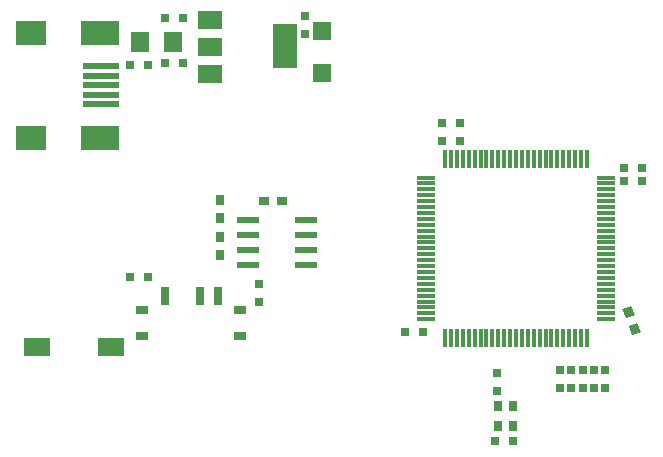
<source format=gtp>
G75*
G70*
%OFA0B0*%
%FSLAX24Y24*%
%IPPOS*%
%LPD*%
%AMOC8*
5,1,8,0,0,1.08239X$1,22.5*
%
%ADD10R,0.0118X0.0630*%
%ADD11R,0.0630X0.0118*%
%ADD12R,0.0315X0.0315*%
%ADD13R,0.0315X0.0315*%
%ADD14R,0.0906X0.0630*%
%ADD15R,0.0984X0.0787*%
%ADD16R,0.1299X0.0787*%
%ADD17R,0.1220X0.0197*%
%ADD18R,0.0790X0.0590*%
%ADD19R,0.0790X0.1500*%
%ADD20R,0.0780X0.0210*%
%ADD21R,0.0315X0.0354*%
%ADD22R,0.0591X0.0591*%
%ADD23R,0.0630X0.0709*%
%ADD24R,0.0394X0.0315*%
%ADD25R,0.0276X0.0591*%
%ADD26R,0.0354X0.0315*%
D10*
X015088Y006039D03*
X015285Y006039D03*
X015481Y006039D03*
X015678Y006039D03*
X015875Y006039D03*
X016072Y006039D03*
X016269Y006039D03*
X016466Y006039D03*
X016663Y006039D03*
X016859Y006039D03*
X017056Y006039D03*
X017253Y006039D03*
X017450Y006039D03*
X017647Y006039D03*
X017844Y006039D03*
X018041Y006039D03*
X018237Y006039D03*
X018434Y006039D03*
X018631Y006039D03*
X018828Y006039D03*
X019025Y006039D03*
X019222Y006039D03*
X019419Y006039D03*
X019615Y006039D03*
X019812Y006039D03*
X019812Y012023D03*
X019615Y012023D03*
X019419Y012023D03*
X019222Y012023D03*
X019025Y012023D03*
X018828Y012023D03*
X018631Y012023D03*
X018434Y012023D03*
X018237Y012023D03*
X018041Y012023D03*
X017844Y012023D03*
X017647Y012023D03*
X017450Y012023D03*
X017253Y012023D03*
X017056Y012023D03*
X016859Y012023D03*
X016663Y012023D03*
X016466Y012023D03*
X016269Y012023D03*
X016072Y012023D03*
X015875Y012023D03*
X015678Y012023D03*
X015481Y012023D03*
X015285Y012023D03*
X015088Y012023D03*
D11*
X014458Y011393D03*
X014458Y011196D03*
X014458Y011000D03*
X014458Y010803D03*
X014458Y010606D03*
X014458Y010409D03*
X014458Y010212D03*
X014458Y010015D03*
X014458Y009819D03*
X014458Y009622D03*
X014458Y009425D03*
X014458Y009228D03*
X014458Y009031D03*
X014458Y008834D03*
X014458Y008637D03*
X014458Y008441D03*
X014458Y008244D03*
X014458Y008047D03*
X014458Y007850D03*
X014458Y007653D03*
X014458Y007456D03*
X014458Y007259D03*
X014458Y007063D03*
X014458Y006866D03*
X014458Y006669D03*
X020442Y006669D03*
X020442Y006866D03*
X020442Y007063D03*
X020442Y007259D03*
X020442Y007456D03*
X020442Y007653D03*
X020442Y007850D03*
X020442Y008047D03*
X020442Y008244D03*
X020442Y008441D03*
X020442Y008637D03*
X020442Y008834D03*
X020442Y009031D03*
X020442Y009228D03*
X020442Y009425D03*
X020442Y009622D03*
X020442Y009819D03*
X020442Y010015D03*
X020442Y010212D03*
X020442Y010409D03*
X020442Y010606D03*
X020442Y010803D03*
X020442Y011000D03*
X020442Y011196D03*
X020442Y011393D03*
D12*
X021063Y011294D03*
X021663Y011294D03*
X021667Y011719D03*
X021067Y011719D03*
X015575Y012597D03*
X014975Y012595D03*
X014975Y013195D03*
X015575Y013197D03*
X010406Y016180D03*
X010406Y016780D03*
X006366Y016698D03*
X005766Y016698D03*
X005753Y015223D03*
X006353Y015223D03*
X005195Y015159D03*
X004595Y015159D03*
X004574Y008081D03*
X005174Y008081D03*
X008876Y007833D03*
X008876Y007233D03*
X013757Y006257D03*
X014357Y006257D03*
X016812Y004879D03*
X016812Y004279D03*
X018915Y004377D03*
X019291Y004377D03*
X019672Y004377D03*
X020048Y004377D03*
X020424Y004377D03*
X020424Y004977D03*
X020048Y004977D03*
X019672Y004977D03*
X019291Y004977D03*
X018915Y004977D03*
X017334Y002598D03*
X016734Y002598D03*
D13*
G36*
X021313Y006140D02*
X021205Y006434D01*
X021499Y006542D01*
X021607Y006248D01*
X021313Y006140D01*
G37*
G36*
X021108Y006704D02*
X021000Y006998D01*
X021294Y007106D01*
X021402Y006812D01*
X021108Y006704D01*
G37*
D14*
X001472Y005744D03*
X003953Y005744D03*
D15*
X001269Y012717D03*
X001269Y016221D03*
D16*
X003592Y016221D03*
X003592Y012717D03*
D17*
X003631Y013839D03*
X003631Y014154D03*
X003631Y014469D03*
X003631Y014784D03*
X003631Y015099D03*
D18*
X007260Y014859D03*
X007260Y015759D03*
X007260Y016659D03*
D19*
X009740Y015769D03*
D20*
X010458Y009969D03*
X010458Y009469D03*
X010458Y008969D03*
X010458Y008469D03*
X008518Y008469D03*
X008518Y008969D03*
X008518Y009469D03*
X008518Y009969D03*
D21*
X007599Y010060D03*
X007599Y010660D03*
X007599Y009410D03*
X007599Y008810D03*
X016845Y003776D03*
X017337Y003776D03*
X017337Y003126D03*
X016845Y003126D03*
D22*
X011000Y014892D03*
X011000Y016270D03*
D23*
X006016Y015904D03*
X004914Y015904D03*
D24*
X004994Y006991D03*
X004994Y006125D03*
X008262Y006125D03*
X008262Y006991D03*
D25*
X007514Y007444D03*
X006923Y007444D03*
X005742Y007444D03*
D26*
X009062Y010610D03*
X009662Y010610D03*
M02*

</source>
